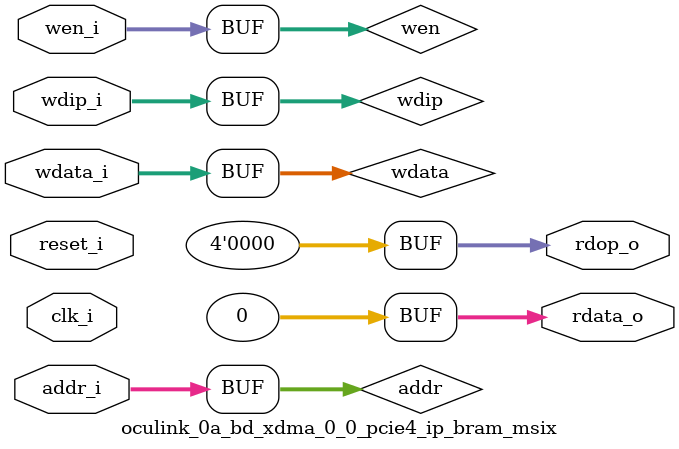
<source format=v>
`timescale 1ps/1ps

(* DowngradeIPIdentifiedWarnings = "yes" *)
module oculink_0a_bd_xdma_0_0_pcie4_ip_bram_msix #(

  parameter           TCQ = 100
, parameter           TO_RAM_PIPELINE="FALSE"
, parameter           FROM_RAM_PIPELINE="FALSE"
, parameter           MSIX_CAP_TABLE_SIZE=11'h0
, parameter           MSIX_TABLE_RAM_ENABLE="FALSE"

  ) (

  input  wire         clk_i,
  input  wire         reset_i,

  input  wire  [12:0] addr_i,
  input  wire  [31:0] wdata_i,
  input  wire   [3:0] wdip_i,
  input  wire   [3:0] wen_i,
  output wire  [31:0] rdata_o,
  output wire   [3:0] rdop_o

  );

  // WIP : Use Total number of functions (PFs + VFs) to calculate the NUM_BRAM_4K
  localparam integer NUM_BRAM_4K = (MSIX_TABLE_RAM_ENABLE == "TRUE") ? 8 : 0 ;
 

  reg          [12:0] addr;
  reg          [12:0] addr_p0;
  reg          [12:0] addr_p1;
  reg          [31:0] wdata;
  reg           [3:0] wdip;
  reg           [3:0] wen;
  reg          [31:0] reg_rdata;
  reg           [3:0] reg_rdop;
  wire         [31:0] rdata;
  wire          [3:0] rdop;
  genvar              i;
  wire    [(8*4)-1:0] bram_4k_wen;
  wire   [(8*32)-1:0] rdata_t;
  wire    [(8*4)-1:0] rdop_t;

  //
  // Optional input pipe stages
  //
  generate

    if (TO_RAM_PIPELINE == "TRUE") begin : TORAMPIPELINE

      always @(posedge clk_i) begin
     
        if (reset_i) begin

          addr <= #(TCQ) 13'b0;
          wdata <= #(TCQ) 32'b0;
          wdip <= #(TCQ) 4'b0;
          wen <= #(TCQ) 4'b0;

        end else begin

          addr <= #(TCQ) addr_i;
          wdata <= #(TCQ) wdata_i;
          wdip <= #(TCQ) wdip_i;
          wen <= #(TCQ) wen_i;

        end

      end

    end else begin : NOTORAMPIPELINE

      always @(*) begin

          addr = addr_i;
          wdata = wdata_i;
          wdip = wdip_i;
          wen = wen_i;

      end


    end

  endgenerate

  // 
  // Address pipeline
  //
  always @(posedge clk_i) begin
     
    if (reset_i) begin

      addr_p0 <= #(TCQ) 13'b0;
      addr_p1 <= #(TCQ) 13'b0;

    end else begin

      addr_p0 <= #(TCQ) addr;
      addr_p1 <= #(TCQ) addr_p0;

    end

  end

  //
  // Optional output pipe stages
  //
  generate

    if (FROM_RAM_PIPELINE == "TRUE") begin : FRMRAMPIPELINE


      always @(posedge clk_i) begin
     
        if (reset_i) begin

          reg_rdata <= #(TCQ) 32'b0;
          reg_rdop <= #(TCQ) 4'b0;

        end else begin

          case (addr_p1[12:10]) 
            3'b000 : begin
              reg_rdata <= #(TCQ) rdata_t[(32*(0))+31:(32*(0))+0];
              reg_rdop <= #(TCQ) rdop_t[(4*(0))+3:(4*(0))+0];
            end
            3'b001 : begin
              reg_rdata <= #(TCQ) rdata_t[(32*(1))+31:(32*(1))+0];
              reg_rdop <= #(TCQ) rdop_t[(4*(1))+3:(4*(1))+0];
            end
            3'b010 : begin
              reg_rdata <= #(TCQ) rdata_t[(32*(2))+31:(32*(2))+0];
              reg_rdop <= #(TCQ) rdop_t[(4*(2))+3:(4*(2))+0];
            end
            3'b011 : begin
              reg_rdata <= #(TCQ) rdata_t[(32*(3))+31:(32*(3))+0];
              reg_rdop <= #(TCQ) rdop_t[(4*(3))+3:(4*(3))+0];
            end
            3'b100 : begin
              reg_rdata <= #(TCQ) rdata_t[(32*(4))+31:(32*(4))+0];
              reg_rdop <= #(TCQ) rdop_t[(4*(4))+3:(4*(4))+0];
            end
            3'b101 : begin
              reg_rdata <= #(TCQ) rdata_t[(32*(5))+31:(32*(5))+0];
              reg_rdop <= #(TCQ) rdop_t[(4*(5))+3:(4*(5))+0];
            end
            3'b110 : begin
              reg_rdata <= #(TCQ) rdata_t[(32*(6))+31:(32*(6))+0];
              reg_rdop <= #(TCQ) rdop_t[(4*(6))+3:(4*(6))+0];
            end
            3'b111 : begin
              reg_rdata <= #(TCQ) rdata_t[(32*(7))+31:(32*(7))+0];
              reg_rdop <= #(TCQ) rdop_t[(4*(7))+3:(4*(7))+0];
            end
          endcase

        end

      end

    end else begin : NOFRMRAMPIPELINE

      always @(*) begin

          case (addr_p1[12:10]) 
            3'b000 : begin
              reg_rdata <= #(TCQ) rdata_t[(32*(0))+31:(32*(0))+0];
              reg_rdop <= #(TCQ) rdop_t[(4*(0))+3:(4*(0))+0];
            end
            3'b001 : begin
              reg_rdata <= #(TCQ) rdata_t[(32*(1))+31:(32*(1))+0];
              reg_rdop <= #(TCQ) rdop_t[(4*(1))+3:(4*(1))+0];
            end
            3'b010 : begin
              reg_rdata <= #(TCQ) rdata_t[(32*(2))+31:(32*(2))+0];
              reg_rdop <= #(TCQ) rdop_t[(4*(2))+3:(4*(2))+0];
            end
            3'b011 : begin
              reg_rdata <= #(TCQ) rdata_t[(32*(3))+31:(32*(3))+0];
              reg_rdop <= #(TCQ) rdop_t[(4*(3))+3:(4*(3))+0];
            end
            3'b100 : begin
              reg_rdata <= #(TCQ) rdata_t[(32*(4))+31:(32*(4))+0];
              reg_rdop <= #(TCQ) rdop_t[(4*(4))+3:(4*(4))+0];
            end
            3'b101 : begin
              reg_rdata <= #(TCQ) rdata_t[(32*(5))+31:(32*(5))+0];
              reg_rdop <= #(TCQ) rdop_t[(4*(5))+3:(4*(5))+0];
            end
            3'b110 : begin
              reg_rdata <= #(TCQ) rdata_t[(32*(6))+31:(32*(6))+0];
              reg_rdop <= #(TCQ) rdop_t[(4*(6))+3:(4*(6))+0];
            end
            3'b111 : begin
              reg_rdata <= #(TCQ) rdata_t[(32*(7))+31:(32*(7))+0];
              reg_rdop <= #(TCQ) rdop_t[(4*(7))+3:(4*(7))+0];
            end
          endcase

      end

    end
  
  endgenerate

  assign rdata_o = (MSIX_TABLE_RAM_ENABLE == "TRUE") ?  reg_rdata : 32'h0;
  assign rdop_o = (MSIX_TABLE_RAM_ENABLE == "TRUE") ? reg_rdop : 4'h0;

  generate 
  
    for (i=0; i<NUM_BRAM_4K; i=i+1) begin : BRAM4K

      oculink_0a_bd_xdma_0_0_pcie4_ip_bram_4k_int #(
          .TCQ(TCQ)
        )
        bram_4k_int (
    
          .clk_i (clk_i),
          .reset_i (reset_i),
    
          .addr_i(addr[9:0]),
          .wdata_i(wdata),
          .wdip_i(wdip),
          .wen_i(bram_4k_wen[(4*(i))+3:(4*(i))+0]),
          .rdata_o(rdata_t[(32*i)+31:(32*i)+0]),
          .rdop_o(rdop_t[(4*i)+3:(4*i)+0]),
          .baddr_i(10'b0),
          .brdata_o()

      );
      assign bram_4k_wen[(4*(i))+3:(4*(i))+0] = wen & {4{(i == addr[12:10])}};  
      
    end

  endgenerate

endmodule

</source>
